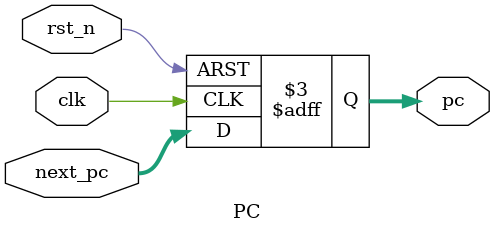
<source format=v>


module PC(
    input               clk,
    input               rst_n,
    input       [31:0]  next_pc,
    output  reg [31:0]  pc
);


    always @(posedge clk, negedge rst_n) begin
        if(~rst_n)
            pc <= 32'd0;
        else
            pc <= next_pc;
    end

endmodule
</source>
